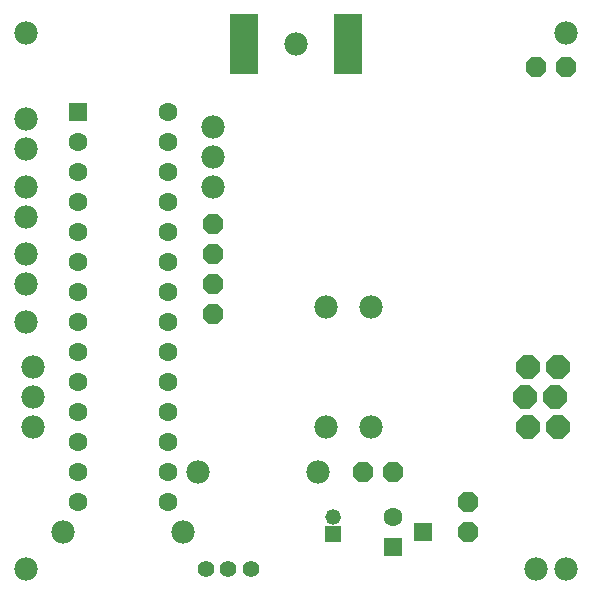
<source format=gbs>
G75*
%MOIN*%
%OFA0B0*%
%FSLAX24Y24*%
%IPPOS*%
%LPD*%
%AMOC8*
5,1,8,0,0,1.08239X$1,22.5*
%
%ADD10C,0.0555*%
%ADD11OC8,0.0780*%
%ADD12C,0.0780*%
%ADD13R,0.0630X0.0630*%
%ADD14C,0.0630*%
%ADD15R,0.0520X0.0520*%
%ADD16C,0.0520*%
%ADD17OC8,0.0670*%
%ADD18R,0.0940X0.2040*%
D10*
X007430Y001930D03*
X008180Y001930D03*
X008930Y001930D03*
D11*
X018080Y007680D03*
X018180Y006680D03*
X019180Y006680D03*
X019080Y007680D03*
X019180Y008680D03*
X018180Y008680D03*
D12*
X001430Y001930D03*
X002680Y003180D03*
X001680Y006680D03*
X001680Y007680D03*
X001680Y008680D03*
X001430Y010180D03*
X001430Y011430D03*
X001430Y012430D03*
X001430Y013680D03*
X001430Y014680D03*
X001430Y015930D03*
X001430Y016930D03*
X001430Y019805D03*
X007680Y016680D03*
X007680Y015680D03*
X007680Y014680D03*
X011430Y010680D03*
X012930Y010680D03*
X012930Y006680D03*
X011430Y006680D03*
X011180Y005180D03*
X007180Y005180D03*
X006680Y003180D03*
X018430Y001930D03*
X019430Y001930D03*
X010430Y019430D03*
X019430Y019805D03*
D13*
X014680Y003180D03*
X013680Y002680D03*
X003180Y017180D03*
D14*
X003180Y016180D03*
X003180Y015180D03*
X003180Y014180D03*
X003180Y013180D03*
X003180Y012180D03*
X003180Y011180D03*
X003180Y010180D03*
X003180Y009180D03*
X003180Y008180D03*
X003180Y007180D03*
X003180Y006180D03*
X003180Y005180D03*
X003180Y004180D03*
X006180Y004180D03*
X006180Y005180D03*
X006180Y006180D03*
X006180Y007180D03*
X006180Y008180D03*
X006180Y009180D03*
X006180Y010180D03*
X006180Y011180D03*
X006180Y012180D03*
X006180Y013180D03*
X006180Y014180D03*
X006180Y015180D03*
X006180Y016180D03*
X006180Y017180D03*
X013680Y003680D03*
D15*
X011680Y003090D03*
D16*
X011680Y003680D03*
D17*
X012680Y005180D03*
X013680Y005180D03*
X016180Y004180D03*
X016180Y003180D03*
X007680Y010430D03*
X007680Y011430D03*
X007680Y012430D03*
X007680Y013430D03*
X018430Y018680D03*
X019430Y018680D03*
D18*
X012170Y019420D03*
X008690Y019420D03*
M02*

</source>
